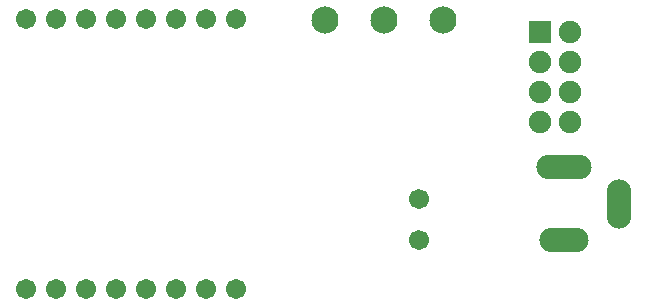
<source format=gbs>
G04 Layer: BottomSolderMaskLayer*
G04 EasyEDA v6.5.22, 2023-03-16 18:17:56*
G04 154933f4cc8841fba2b3e540ab7d939e,10*
G04 Gerber Generator version 0.2*
G04 Scale: 100 percent, Rotated: No, Reflected: No *
G04 Dimensions in millimeters *
G04 leading zeros omitted , absolute positions ,4 integer and 5 decimal *
%FSLAX45Y45*%
%MOMM*%

%AMMACRO1*1,1,$1,$2,$3*1,1,$1,$4,$5*1,1,$1,0-$2,0-$3*1,1,$1,0-$4,0-$5*20,1,$1,$2,$3,$4,$5,0*20,1,$1,$4,$5,0-$2,0-$3,0*20,1,$1,0-$2,0-$3,0-$4,0-$5,0*20,1,$1,0-$4,0-$5,$2,$3,0*4,1,4,$2,$3,$4,$5,0-$2,0-$3,0-$4,0-$5,$2,$3,0*%
%ADD10C,1.7016*%
%ADD11MACRO1,0.1016X0.9X0.9X0.9X-0.9*%
%ADD12C,1.9016*%
%ADD13C,1.7112*%
%ADD14O,2.0558252X4.164025199999999*%
%ADD15O,4.164025199999999X2.0558252*%
%ADD16O,4.672025199999999X2.0558252*%
%ADD17C,2.3016*%

%LPD*%
D10*
G01*
X4229099Y764794D03*
G01*
X4229099Y1114805D03*
D11*
G01*
X5256479Y2527965D03*
D12*
G01*
X5510491Y2528227D03*
G01*
X5256491Y2274227D03*
G01*
X5510491Y2274227D03*
G01*
X5256491Y2020227D03*
G01*
X5510491Y2020227D03*
G01*
X5256491Y1766227D03*
G01*
X5510491Y1766227D03*
D13*
G01*
X897889Y356996D03*
G01*
X897889Y2642996D03*
G01*
X2675889Y356996D03*
G01*
X2421889Y356996D03*
G01*
X2167889Y356996D03*
G01*
X1913889Y356996D03*
G01*
X1659889Y356996D03*
G01*
X1405889Y356996D03*
G01*
X1151889Y356996D03*
G01*
X2675889Y2642996D03*
G01*
X2421889Y2642996D03*
G01*
X2167889Y2642996D03*
G01*
X1913889Y2642996D03*
G01*
X1659889Y2642996D03*
G01*
X1405889Y2642996D03*
G01*
X1151889Y2642996D03*
D14*
G01*
X5924600Y1069492D03*
D15*
G01*
X5454599Y769493D03*
D16*
G01*
X5454599Y1389506D03*
D17*
G01*
X4433189Y2628900D03*
G01*
X3933189Y2628900D03*
G01*
X3433190Y2628900D03*
M02*

</source>
